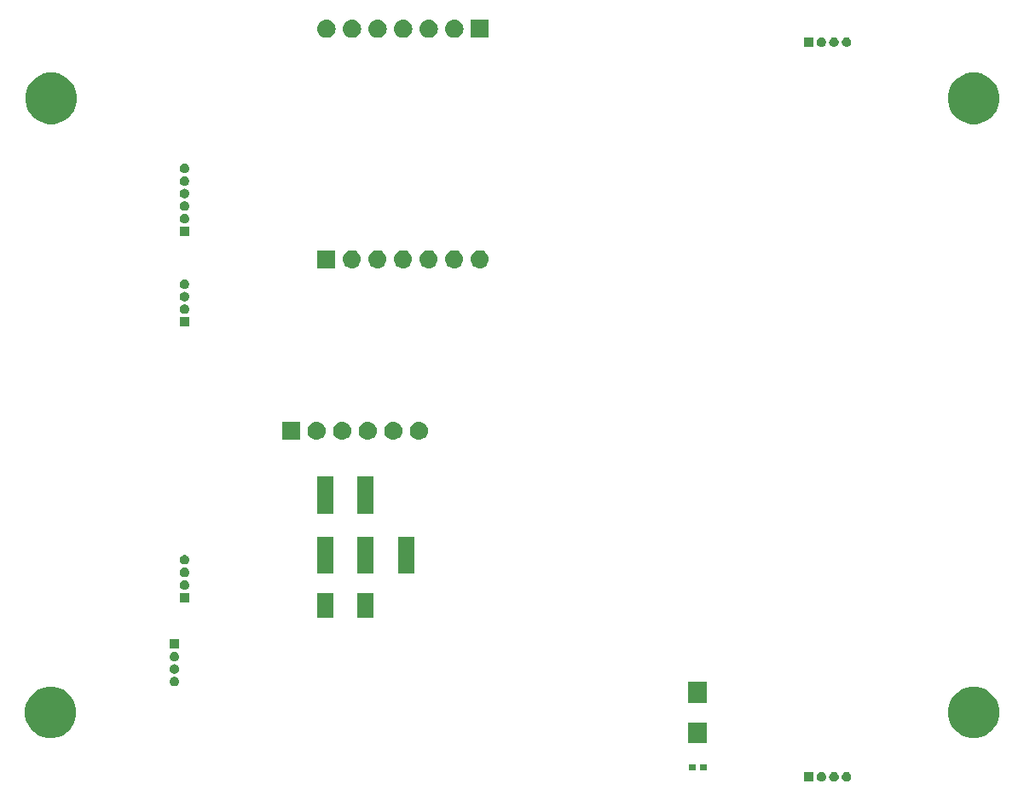
<source format=gbr>
G04 #@! TF.GenerationSoftware,KiCad,Pcbnew,(5.1.2)-2*
G04 #@! TF.CreationDate,2021-04-07T22:22:04-04:00*
G04 #@! TF.ProjectId,Magnetometer_A,4d61676e-6574-46f6-9d65-7465725f412e,rev?*
G04 #@! TF.SameCoordinates,Original*
G04 #@! TF.FileFunction,Soldermask,Top*
G04 #@! TF.FilePolarity,Negative*
%FSLAX46Y46*%
G04 Gerber Fmt 4.6, Leading zero omitted, Abs format (unit mm)*
G04 Created by KiCad (PCBNEW (5.1.2)-2) date 2021-04-07 22:22:04*
%MOMM*%
%LPD*%
G04 APERTURE LIST*
%ADD10C,0.100000*%
G04 APERTURE END LIST*
D10*
G36*
X121388843Y-111042292D02*
G01*
X121439588Y-111063311D01*
X121475470Y-111078174D01*
X121553432Y-111130267D01*
X121619733Y-111196568D01*
X121671826Y-111274530D01*
X121671826Y-111274531D01*
X121707708Y-111361157D01*
X121726000Y-111453117D01*
X121726000Y-111546883D01*
X121707708Y-111638843D01*
X121686689Y-111689588D01*
X121671826Y-111725470D01*
X121619733Y-111803432D01*
X121553432Y-111869733D01*
X121475470Y-111921826D01*
X121439588Y-111936689D01*
X121388843Y-111957708D01*
X121296883Y-111976000D01*
X121203117Y-111976000D01*
X121111157Y-111957708D01*
X121060412Y-111936689D01*
X121024530Y-111921826D01*
X120946568Y-111869733D01*
X120880267Y-111803432D01*
X120828174Y-111725470D01*
X120813311Y-111689588D01*
X120792292Y-111638843D01*
X120774000Y-111546883D01*
X120774000Y-111453117D01*
X120792292Y-111361157D01*
X120828174Y-111274531D01*
X120828174Y-111274530D01*
X120880267Y-111196568D01*
X120946568Y-111130267D01*
X121024530Y-111078174D01*
X121060412Y-111063311D01*
X121111157Y-111042292D01*
X121203117Y-111024000D01*
X121296883Y-111024000D01*
X121388843Y-111042292D01*
X121388843Y-111042292D01*
G37*
G36*
X118888843Y-111042292D02*
G01*
X118939588Y-111063311D01*
X118975470Y-111078174D01*
X119053432Y-111130267D01*
X119119733Y-111196568D01*
X119171826Y-111274530D01*
X119171826Y-111274531D01*
X119207708Y-111361157D01*
X119226000Y-111453117D01*
X119226000Y-111546883D01*
X119207708Y-111638843D01*
X119186689Y-111689588D01*
X119171826Y-111725470D01*
X119119733Y-111803432D01*
X119053432Y-111869733D01*
X118975470Y-111921826D01*
X118939588Y-111936689D01*
X118888843Y-111957708D01*
X118796883Y-111976000D01*
X118703117Y-111976000D01*
X118611157Y-111957708D01*
X118560412Y-111936689D01*
X118524530Y-111921826D01*
X118446568Y-111869733D01*
X118380267Y-111803432D01*
X118328174Y-111725470D01*
X118313311Y-111689588D01*
X118292292Y-111638843D01*
X118274000Y-111546883D01*
X118274000Y-111453117D01*
X118292292Y-111361157D01*
X118328174Y-111274531D01*
X118328174Y-111274530D01*
X118380267Y-111196568D01*
X118446568Y-111130267D01*
X118524530Y-111078174D01*
X118560412Y-111063311D01*
X118611157Y-111042292D01*
X118703117Y-111024000D01*
X118796883Y-111024000D01*
X118888843Y-111042292D01*
X118888843Y-111042292D01*
G37*
G36*
X117976000Y-111976000D02*
G01*
X117024000Y-111976000D01*
X117024000Y-111024000D01*
X117976000Y-111024000D01*
X117976000Y-111976000D01*
X117976000Y-111976000D01*
G37*
G36*
X120138843Y-111042292D02*
G01*
X120189588Y-111063311D01*
X120225470Y-111078174D01*
X120303432Y-111130267D01*
X120369733Y-111196568D01*
X120421826Y-111274530D01*
X120421826Y-111274531D01*
X120457708Y-111361157D01*
X120476000Y-111453117D01*
X120476000Y-111546883D01*
X120457708Y-111638843D01*
X120436689Y-111689588D01*
X120421826Y-111725470D01*
X120369733Y-111803432D01*
X120303432Y-111869733D01*
X120225470Y-111921826D01*
X120189588Y-111936689D01*
X120138843Y-111957708D01*
X120046883Y-111976000D01*
X119953117Y-111976000D01*
X119861157Y-111957708D01*
X119810412Y-111936689D01*
X119774530Y-111921826D01*
X119696568Y-111869733D01*
X119630267Y-111803432D01*
X119578174Y-111725470D01*
X119563311Y-111689588D01*
X119542292Y-111638843D01*
X119524000Y-111546883D01*
X119524000Y-111453117D01*
X119542292Y-111361157D01*
X119578174Y-111274531D01*
X119578174Y-111274530D01*
X119630267Y-111196568D01*
X119696568Y-111130267D01*
X119774530Y-111078174D01*
X119810412Y-111063311D01*
X119861157Y-111042292D01*
X119953117Y-111024000D01*
X120046883Y-111024000D01*
X120138843Y-111042292D01*
X120138843Y-111042292D01*
G37*
G36*
X106301000Y-110851000D02*
G01*
X105599000Y-110851000D01*
X105599000Y-110249000D01*
X106301000Y-110249000D01*
X106301000Y-110851000D01*
X106301000Y-110851000D01*
G37*
G36*
X107401000Y-110851000D02*
G01*
X106699000Y-110851000D01*
X106699000Y-110249000D01*
X107401000Y-110249000D01*
X107401000Y-110851000D01*
X107401000Y-110851000D01*
G37*
G36*
X107351000Y-108201000D02*
G01*
X105549000Y-108201000D01*
X105549000Y-106099000D01*
X107351000Y-106099000D01*
X107351000Y-108201000D01*
X107351000Y-108201000D01*
G37*
G36*
X42954098Y-102657033D02*
G01*
X43418350Y-102849332D01*
X43418352Y-102849333D01*
X43836168Y-103128509D01*
X44191491Y-103483832D01*
X44470667Y-103901648D01*
X44470668Y-103901650D01*
X44662967Y-104365902D01*
X44761000Y-104858747D01*
X44761000Y-105361253D01*
X44662967Y-105854098D01*
X44470668Y-106318350D01*
X44470667Y-106318352D01*
X44191491Y-106736168D01*
X43836168Y-107091491D01*
X43418352Y-107370667D01*
X43418351Y-107370668D01*
X43418350Y-107370668D01*
X42954098Y-107562967D01*
X42461253Y-107661000D01*
X41958747Y-107661000D01*
X41465902Y-107562967D01*
X41001650Y-107370668D01*
X41001649Y-107370668D01*
X41001648Y-107370667D01*
X40583832Y-107091491D01*
X40228509Y-106736168D01*
X39949333Y-106318352D01*
X39949332Y-106318350D01*
X39757033Y-105854098D01*
X39659000Y-105361253D01*
X39659000Y-104858747D01*
X39757033Y-104365902D01*
X39949332Y-103901650D01*
X39949333Y-103901648D01*
X40228509Y-103483832D01*
X40583832Y-103128509D01*
X41001648Y-102849333D01*
X41001650Y-102849332D01*
X41465902Y-102657033D01*
X41958747Y-102559000D01*
X42461253Y-102559000D01*
X42954098Y-102657033D01*
X42954098Y-102657033D01*
G37*
G36*
X134604098Y-102657033D02*
G01*
X135068350Y-102849332D01*
X135068352Y-102849333D01*
X135486168Y-103128509D01*
X135841491Y-103483832D01*
X136120667Y-103901648D01*
X136120668Y-103901650D01*
X136312967Y-104365902D01*
X136411000Y-104858747D01*
X136411000Y-105361253D01*
X136312967Y-105854098D01*
X136120668Y-106318350D01*
X136120667Y-106318352D01*
X135841491Y-106736168D01*
X135486168Y-107091491D01*
X135068352Y-107370667D01*
X135068351Y-107370668D01*
X135068350Y-107370668D01*
X134604098Y-107562967D01*
X134111253Y-107661000D01*
X133608747Y-107661000D01*
X133115902Y-107562967D01*
X132651650Y-107370668D01*
X132651649Y-107370668D01*
X132651648Y-107370667D01*
X132233832Y-107091491D01*
X131878509Y-106736168D01*
X131599333Y-106318352D01*
X131599332Y-106318350D01*
X131407033Y-105854098D01*
X131309000Y-105361253D01*
X131309000Y-104858747D01*
X131407033Y-104365902D01*
X131599332Y-103901650D01*
X131599333Y-103901648D01*
X131878509Y-103483832D01*
X132233832Y-103128509D01*
X132651648Y-102849333D01*
X132651650Y-102849332D01*
X133115902Y-102657033D01*
X133608747Y-102559000D01*
X134111253Y-102559000D01*
X134604098Y-102657033D01*
X134604098Y-102657033D01*
G37*
G36*
X107351000Y-104201000D02*
G01*
X105549000Y-104201000D01*
X105549000Y-102099000D01*
X107351000Y-102099000D01*
X107351000Y-104201000D01*
X107351000Y-104201000D01*
G37*
G36*
X54638843Y-101592292D02*
G01*
X54689588Y-101613311D01*
X54725470Y-101628174D01*
X54803432Y-101680267D01*
X54869733Y-101746568D01*
X54921826Y-101824530D01*
X54921826Y-101824531D01*
X54957708Y-101911157D01*
X54976000Y-102003117D01*
X54976000Y-102096883D01*
X54957708Y-102188843D01*
X54936689Y-102239588D01*
X54921826Y-102275470D01*
X54869733Y-102353432D01*
X54803432Y-102419733D01*
X54725470Y-102471826D01*
X54689588Y-102486689D01*
X54638843Y-102507708D01*
X54546883Y-102526000D01*
X54453117Y-102526000D01*
X54361157Y-102507708D01*
X54310412Y-102486689D01*
X54274530Y-102471826D01*
X54196568Y-102419733D01*
X54130267Y-102353432D01*
X54078174Y-102275470D01*
X54063311Y-102239588D01*
X54042292Y-102188843D01*
X54024000Y-102096883D01*
X54024000Y-102003117D01*
X54042292Y-101911157D01*
X54078174Y-101824531D01*
X54078174Y-101824530D01*
X54130267Y-101746568D01*
X54196568Y-101680267D01*
X54274530Y-101628174D01*
X54310412Y-101613311D01*
X54361157Y-101592292D01*
X54453117Y-101574000D01*
X54546883Y-101574000D01*
X54638843Y-101592292D01*
X54638843Y-101592292D01*
G37*
G36*
X54638843Y-100342292D02*
G01*
X54689588Y-100363311D01*
X54725470Y-100378174D01*
X54803432Y-100430267D01*
X54869733Y-100496568D01*
X54921826Y-100574530D01*
X54921826Y-100574531D01*
X54957708Y-100661157D01*
X54976000Y-100753117D01*
X54976000Y-100846883D01*
X54957708Y-100938843D01*
X54936689Y-100989588D01*
X54921826Y-101025470D01*
X54869733Y-101103432D01*
X54803432Y-101169733D01*
X54725470Y-101221826D01*
X54689588Y-101236689D01*
X54638843Y-101257708D01*
X54546883Y-101276000D01*
X54453117Y-101276000D01*
X54361157Y-101257708D01*
X54310412Y-101236689D01*
X54274530Y-101221826D01*
X54196568Y-101169733D01*
X54130267Y-101103432D01*
X54078174Y-101025470D01*
X54063311Y-100989588D01*
X54042292Y-100938843D01*
X54024000Y-100846883D01*
X54024000Y-100753117D01*
X54042292Y-100661157D01*
X54078174Y-100574531D01*
X54078174Y-100574530D01*
X54130267Y-100496568D01*
X54196568Y-100430267D01*
X54274530Y-100378174D01*
X54310412Y-100363311D01*
X54361157Y-100342292D01*
X54453117Y-100324000D01*
X54546883Y-100324000D01*
X54638843Y-100342292D01*
X54638843Y-100342292D01*
G37*
G36*
X54638843Y-99092292D02*
G01*
X54689588Y-99113311D01*
X54725470Y-99128174D01*
X54803432Y-99180267D01*
X54869733Y-99246568D01*
X54921826Y-99324530D01*
X54921826Y-99324531D01*
X54957708Y-99411157D01*
X54976000Y-99503117D01*
X54976000Y-99596883D01*
X54957708Y-99688843D01*
X54936689Y-99739588D01*
X54921826Y-99775470D01*
X54869733Y-99853432D01*
X54803432Y-99919733D01*
X54725470Y-99971826D01*
X54689588Y-99986689D01*
X54638843Y-100007708D01*
X54546883Y-100026000D01*
X54453117Y-100026000D01*
X54361157Y-100007708D01*
X54310412Y-99986689D01*
X54274530Y-99971826D01*
X54196568Y-99919733D01*
X54130267Y-99853432D01*
X54078174Y-99775470D01*
X54063311Y-99739588D01*
X54042292Y-99688843D01*
X54024000Y-99596883D01*
X54024000Y-99503117D01*
X54042292Y-99411157D01*
X54078174Y-99324531D01*
X54078174Y-99324530D01*
X54130267Y-99246568D01*
X54196568Y-99180267D01*
X54274530Y-99128174D01*
X54310412Y-99113311D01*
X54361157Y-99092292D01*
X54453117Y-99074000D01*
X54546883Y-99074000D01*
X54638843Y-99092292D01*
X54638843Y-99092292D01*
G37*
G36*
X54976000Y-98776000D02*
G01*
X54024000Y-98776000D01*
X54024000Y-97824000D01*
X54976000Y-97824000D01*
X54976000Y-98776000D01*
X54976000Y-98776000D01*
G37*
G36*
X74301000Y-95701000D02*
G01*
X72699000Y-95701000D01*
X72699000Y-93299000D01*
X74301000Y-93299000D01*
X74301000Y-95701000D01*
X74301000Y-95701000D01*
G37*
G36*
X70301000Y-95701000D02*
G01*
X68699000Y-95701000D01*
X68699000Y-93299000D01*
X70301000Y-93299000D01*
X70301000Y-95701000D01*
X70301000Y-95701000D01*
G37*
G36*
X55976000Y-94176000D02*
G01*
X55024000Y-94176000D01*
X55024000Y-93224000D01*
X55976000Y-93224000D01*
X55976000Y-94176000D01*
X55976000Y-94176000D01*
G37*
G36*
X55638843Y-91992292D02*
G01*
X55689588Y-92013311D01*
X55725470Y-92028174D01*
X55803432Y-92080267D01*
X55869733Y-92146568D01*
X55921826Y-92224530D01*
X55921826Y-92224531D01*
X55957708Y-92311157D01*
X55976000Y-92403117D01*
X55976000Y-92496883D01*
X55957708Y-92588843D01*
X55936689Y-92639588D01*
X55921826Y-92675470D01*
X55869733Y-92753432D01*
X55803432Y-92819733D01*
X55725470Y-92871826D01*
X55689588Y-92886689D01*
X55638843Y-92907708D01*
X55546883Y-92926000D01*
X55453117Y-92926000D01*
X55361157Y-92907708D01*
X55310412Y-92886689D01*
X55274530Y-92871826D01*
X55196568Y-92819733D01*
X55130267Y-92753432D01*
X55078174Y-92675470D01*
X55063311Y-92639588D01*
X55042292Y-92588843D01*
X55024000Y-92496883D01*
X55024000Y-92403117D01*
X55042292Y-92311157D01*
X55078174Y-92224531D01*
X55078174Y-92224530D01*
X55130267Y-92146568D01*
X55196568Y-92080267D01*
X55274530Y-92028174D01*
X55310412Y-92013311D01*
X55361157Y-91992292D01*
X55453117Y-91974000D01*
X55546883Y-91974000D01*
X55638843Y-91992292D01*
X55638843Y-91992292D01*
G37*
G36*
X55638843Y-90742292D02*
G01*
X55689588Y-90763311D01*
X55725470Y-90778174D01*
X55803432Y-90830267D01*
X55869733Y-90896568D01*
X55921826Y-90974530D01*
X55921826Y-90974531D01*
X55957708Y-91061157D01*
X55976000Y-91153117D01*
X55976000Y-91246883D01*
X55957708Y-91338843D01*
X55952672Y-91351000D01*
X55921826Y-91425470D01*
X55869733Y-91503432D01*
X55803432Y-91569733D01*
X55725470Y-91621826D01*
X55689588Y-91636689D01*
X55638843Y-91657708D01*
X55546883Y-91676000D01*
X55453117Y-91676000D01*
X55361157Y-91657708D01*
X55310412Y-91636689D01*
X55274530Y-91621826D01*
X55196568Y-91569733D01*
X55130267Y-91503432D01*
X55078174Y-91425470D01*
X55047328Y-91351000D01*
X55042292Y-91338843D01*
X55024000Y-91246883D01*
X55024000Y-91153117D01*
X55042292Y-91061157D01*
X55078174Y-90974531D01*
X55078174Y-90974530D01*
X55130267Y-90896568D01*
X55196568Y-90830267D01*
X55274530Y-90778174D01*
X55310412Y-90763311D01*
X55361157Y-90742292D01*
X55453117Y-90724000D01*
X55546883Y-90724000D01*
X55638843Y-90742292D01*
X55638843Y-90742292D01*
G37*
G36*
X78301000Y-91351000D02*
G01*
X76699000Y-91351000D01*
X76699000Y-87649000D01*
X78301000Y-87649000D01*
X78301000Y-91351000D01*
X78301000Y-91351000D01*
G37*
G36*
X70301000Y-91351000D02*
G01*
X68699000Y-91351000D01*
X68699000Y-87649000D01*
X70301000Y-87649000D01*
X70301000Y-91351000D01*
X70301000Y-91351000D01*
G37*
G36*
X74301000Y-91351000D02*
G01*
X72699000Y-91351000D01*
X72699000Y-87649000D01*
X74301000Y-87649000D01*
X74301000Y-91351000D01*
X74301000Y-91351000D01*
G37*
G36*
X55638843Y-89492292D02*
G01*
X55689588Y-89513311D01*
X55725470Y-89528174D01*
X55803432Y-89580267D01*
X55869733Y-89646568D01*
X55921826Y-89724530D01*
X55921826Y-89724531D01*
X55957708Y-89811157D01*
X55976000Y-89903117D01*
X55976000Y-89996883D01*
X55957708Y-90088843D01*
X55936689Y-90139588D01*
X55921826Y-90175470D01*
X55869733Y-90253432D01*
X55803432Y-90319733D01*
X55725470Y-90371826D01*
X55689588Y-90386689D01*
X55638843Y-90407708D01*
X55546883Y-90426000D01*
X55453117Y-90426000D01*
X55361157Y-90407708D01*
X55310412Y-90386689D01*
X55274530Y-90371826D01*
X55196568Y-90319733D01*
X55130267Y-90253432D01*
X55078174Y-90175470D01*
X55063311Y-90139588D01*
X55042292Y-90088843D01*
X55024000Y-89996883D01*
X55024000Y-89903117D01*
X55042292Y-89811157D01*
X55078174Y-89724531D01*
X55078174Y-89724530D01*
X55130267Y-89646568D01*
X55196568Y-89580267D01*
X55274530Y-89528174D01*
X55310412Y-89513311D01*
X55361157Y-89492292D01*
X55453117Y-89474000D01*
X55546883Y-89474000D01*
X55638843Y-89492292D01*
X55638843Y-89492292D01*
G37*
G36*
X74301000Y-85351000D02*
G01*
X72699000Y-85351000D01*
X72699000Y-81649000D01*
X74301000Y-81649000D01*
X74301000Y-85351000D01*
X74301000Y-85351000D01*
G37*
G36*
X70301000Y-85351000D02*
G01*
X68699000Y-85351000D01*
X68699000Y-81649000D01*
X70301000Y-81649000D01*
X70301000Y-85351000D01*
X70301000Y-85351000D01*
G37*
G36*
X68740443Y-76235519D02*
G01*
X68806627Y-76242037D01*
X68976466Y-76293557D01*
X69132991Y-76377222D01*
X69168729Y-76406552D01*
X69270186Y-76489814D01*
X69353448Y-76591271D01*
X69382778Y-76627009D01*
X69466443Y-76783534D01*
X69517963Y-76953373D01*
X69535359Y-77130000D01*
X69517963Y-77306627D01*
X69466443Y-77476466D01*
X69382778Y-77632991D01*
X69353448Y-77668729D01*
X69270186Y-77770186D01*
X69168729Y-77853448D01*
X69132991Y-77882778D01*
X68976466Y-77966443D01*
X68806627Y-78017963D01*
X68740442Y-78024482D01*
X68674260Y-78031000D01*
X68585740Y-78031000D01*
X68519558Y-78024482D01*
X68453373Y-78017963D01*
X68283534Y-77966443D01*
X68127009Y-77882778D01*
X68091271Y-77853448D01*
X67989814Y-77770186D01*
X67906552Y-77668729D01*
X67877222Y-77632991D01*
X67793557Y-77476466D01*
X67742037Y-77306627D01*
X67724641Y-77130000D01*
X67742037Y-76953373D01*
X67793557Y-76783534D01*
X67877222Y-76627009D01*
X67906552Y-76591271D01*
X67989814Y-76489814D01*
X68091271Y-76406552D01*
X68127009Y-76377222D01*
X68283534Y-76293557D01*
X68453373Y-76242037D01*
X68519557Y-76235519D01*
X68585740Y-76229000D01*
X68674260Y-76229000D01*
X68740443Y-76235519D01*
X68740443Y-76235519D01*
G37*
G36*
X71280443Y-76235519D02*
G01*
X71346627Y-76242037D01*
X71516466Y-76293557D01*
X71672991Y-76377222D01*
X71708729Y-76406552D01*
X71810186Y-76489814D01*
X71893448Y-76591271D01*
X71922778Y-76627009D01*
X72006443Y-76783534D01*
X72057963Y-76953373D01*
X72075359Y-77130000D01*
X72057963Y-77306627D01*
X72006443Y-77476466D01*
X71922778Y-77632991D01*
X71893448Y-77668729D01*
X71810186Y-77770186D01*
X71708729Y-77853448D01*
X71672991Y-77882778D01*
X71516466Y-77966443D01*
X71346627Y-78017963D01*
X71280442Y-78024482D01*
X71214260Y-78031000D01*
X71125740Y-78031000D01*
X71059558Y-78024482D01*
X70993373Y-78017963D01*
X70823534Y-77966443D01*
X70667009Y-77882778D01*
X70631271Y-77853448D01*
X70529814Y-77770186D01*
X70446552Y-77668729D01*
X70417222Y-77632991D01*
X70333557Y-77476466D01*
X70282037Y-77306627D01*
X70264641Y-77130000D01*
X70282037Y-76953373D01*
X70333557Y-76783534D01*
X70417222Y-76627009D01*
X70446552Y-76591271D01*
X70529814Y-76489814D01*
X70631271Y-76406552D01*
X70667009Y-76377222D01*
X70823534Y-76293557D01*
X70993373Y-76242037D01*
X71059557Y-76235519D01*
X71125740Y-76229000D01*
X71214260Y-76229000D01*
X71280443Y-76235519D01*
X71280443Y-76235519D01*
G37*
G36*
X73820443Y-76235519D02*
G01*
X73886627Y-76242037D01*
X74056466Y-76293557D01*
X74212991Y-76377222D01*
X74248729Y-76406552D01*
X74350186Y-76489814D01*
X74433448Y-76591271D01*
X74462778Y-76627009D01*
X74546443Y-76783534D01*
X74597963Y-76953373D01*
X74615359Y-77130000D01*
X74597963Y-77306627D01*
X74546443Y-77476466D01*
X74462778Y-77632991D01*
X74433448Y-77668729D01*
X74350186Y-77770186D01*
X74248729Y-77853448D01*
X74212991Y-77882778D01*
X74056466Y-77966443D01*
X73886627Y-78017963D01*
X73820442Y-78024482D01*
X73754260Y-78031000D01*
X73665740Y-78031000D01*
X73599558Y-78024482D01*
X73533373Y-78017963D01*
X73363534Y-77966443D01*
X73207009Y-77882778D01*
X73171271Y-77853448D01*
X73069814Y-77770186D01*
X72986552Y-77668729D01*
X72957222Y-77632991D01*
X72873557Y-77476466D01*
X72822037Y-77306627D01*
X72804641Y-77130000D01*
X72822037Y-76953373D01*
X72873557Y-76783534D01*
X72957222Y-76627009D01*
X72986552Y-76591271D01*
X73069814Y-76489814D01*
X73171271Y-76406552D01*
X73207009Y-76377222D01*
X73363534Y-76293557D01*
X73533373Y-76242037D01*
X73599557Y-76235519D01*
X73665740Y-76229000D01*
X73754260Y-76229000D01*
X73820443Y-76235519D01*
X73820443Y-76235519D01*
G37*
G36*
X78900443Y-76235519D02*
G01*
X78966627Y-76242037D01*
X79136466Y-76293557D01*
X79292991Y-76377222D01*
X79328729Y-76406552D01*
X79430186Y-76489814D01*
X79513448Y-76591271D01*
X79542778Y-76627009D01*
X79626443Y-76783534D01*
X79677963Y-76953373D01*
X79695359Y-77130000D01*
X79677963Y-77306627D01*
X79626443Y-77476466D01*
X79542778Y-77632991D01*
X79513448Y-77668729D01*
X79430186Y-77770186D01*
X79328729Y-77853448D01*
X79292991Y-77882778D01*
X79136466Y-77966443D01*
X78966627Y-78017963D01*
X78900442Y-78024482D01*
X78834260Y-78031000D01*
X78745740Y-78031000D01*
X78679558Y-78024482D01*
X78613373Y-78017963D01*
X78443534Y-77966443D01*
X78287009Y-77882778D01*
X78251271Y-77853448D01*
X78149814Y-77770186D01*
X78066552Y-77668729D01*
X78037222Y-77632991D01*
X77953557Y-77476466D01*
X77902037Y-77306627D01*
X77884641Y-77130000D01*
X77902037Y-76953373D01*
X77953557Y-76783534D01*
X78037222Y-76627009D01*
X78066552Y-76591271D01*
X78149814Y-76489814D01*
X78251271Y-76406552D01*
X78287009Y-76377222D01*
X78443534Y-76293557D01*
X78613373Y-76242037D01*
X78679557Y-76235519D01*
X78745740Y-76229000D01*
X78834260Y-76229000D01*
X78900443Y-76235519D01*
X78900443Y-76235519D01*
G37*
G36*
X76360443Y-76235519D02*
G01*
X76426627Y-76242037D01*
X76596466Y-76293557D01*
X76752991Y-76377222D01*
X76788729Y-76406552D01*
X76890186Y-76489814D01*
X76973448Y-76591271D01*
X77002778Y-76627009D01*
X77086443Y-76783534D01*
X77137963Y-76953373D01*
X77155359Y-77130000D01*
X77137963Y-77306627D01*
X77086443Y-77476466D01*
X77002778Y-77632991D01*
X76973448Y-77668729D01*
X76890186Y-77770186D01*
X76788729Y-77853448D01*
X76752991Y-77882778D01*
X76596466Y-77966443D01*
X76426627Y-78017963D01*
X76360442Y-78024482D01*
X76294260Y-78031000D01*
X76205740Y-78031000D01*
X76139558Y-78024482D01*
X76073373Y-78017963D01*
X75903534Y-77966443D01*
X75747009Y-77882778D01*
X75711271Y-77853448D01*
X75609814Y-77770186D01*
X75526552Y-77668729D01*
X75497222Y-77632991D01*
X75413557Y-77476466D01*
X75362037Y-77306627D01*
X75344641Y-77130000D01*
X75362037Y-76953373D01*
X75413557Y-76783534D01*
X75497222Y-76627009D01*
X75526552Y-76591271D01*
X75609814Y-76489814D01*
X75711271Y-76406552D01*
X75747009Y-76377222D01*
X75903534Y-76293557D01*
X76073373Y-76242037D01*
X76139557Y-76235519D01*
X76205740Y-76229000D01*
X76294260Y-76229000D01*
X76360443Y-76235519D01*
X76360443Y-76235519D01*
G37*
G36*
X66991000Y-78031000D02*
G01*
X65189000Y-78031000D01*
X65189000Y-76229000D01*
X66991000Y-76229000D01*
X66991000Y-78031000D01*
X66991000Y-78031000D01*
G37*
G36*
X55976000Y-66776000D02*
G01*
X55024000Y-66776000D01*
X55024000Y-65824000D01*
X55976000Y-65824000D01*
X55976000Y-66776000D01*
X55976000Y-66776000D01*
G37*
G36*
X55638843Y-64592292D02*
G01*
X55689588Y-64613311D01*
X55725470Y-64628174D01*
X55803432Y-64680267D01*
X55869733Y-64746568D01*
X55921826Y-64824530D01*
X55921826Y-64824531D01*
X55957708Y-64911157D01*
X55976000Y-65003117D01*
X55976000Y-65096883D01*
X55957708Y-65188843D01*
X55936689Y-65239588D01*
X55921826Y-65275470D01*
X55869733Y-65353432D01*
X55803432Y-65419733D01*
X55725470Y-65471826D01*
X55689588Y-65486689D01*
X55638843Y-65507708D01*
X55546883Y-65526000D01*
X55453117Y-65526000D01*
X55361157Y-65507708D01*
X55310412Y-65486689D01*
X55274530Y-65471826D01*
X55196568Y-65419733D01*
X55130267Y-65353432D01*
X55078174Y-65275470D01*
X55063311Y-65239588D01*
X55042292Y-65188843D01*
X55024000Y-65096883D01*
X55024000Y-65003117D01*
X55042292Y-64911157D01*
X55078174Y-64824531D01*
X55078174Y-64824530D01*
X55130267Y-64746568D01*
X55196568Y-64680267D01*
X55274530Y-64628174D01*
X55310412Y-64613311D01*
X55361157Y-64592292D01*
X55453117Y-64574000D01*
X55546883Y-64574000D01*
X55638843Y-64592292D01*
X55638843Y-64592292D01*
G37*
G36*
X55638843Y-63342292D02*
G01*
X55689588Y-63363311D01*
X55725470Y-63378174D01*
X55803432Y-63430267D01*
X55869733Y-63496568D01*
X55921826Y-63574530D01*
X55921826Y-63574531D01*
X55957708Y-63661157D01*
X55976000Y-63753117D01*
X55976000Y-63846883D01*
X55957708Y-63938843D01*
X55936689Y-63989588D01*
X55921826Y-64025470D01*
X55869733Y-64103432D01*
X55803432Y-64169733D01*
X55725470Y-64221826D01*
X55689588Y-64236689D01*
X55638843Y-64257708D01*
X55546883Y-64276000D01*
X55453117Y-64276000D01*
X55361157Y-64257708D01*
X55310412Y-64236689D01*
X55274530Y-64221826D01*
X55196568Y-64169733D01*
X55130267Y-64103432D01*
X55078174Y-64025470D01*
X55063311Y-63989588D01*
X55042292Y-63938843D01*
X55024000Y-63846883D01*
X55024000Y-63753117D01*
X55042292Y-63661157D01*
X55078174Y-63574531D01*
X55078174Y-63574530D01*
X55130267Y-63496568D01*
X55196568Y-63430267D01*
X55274530Y-63378174D01*
X55310412Y-63363311D01*
X55361157Y-63342292D01*
X55453117Y-63324000D01*
X55546883Y-63324000D01*
X55638843Y-63342292D01*
X55638843Y-63342292D01*
G37*
G36*
X55638843Y-62092292D02*
G01*
X55689588Y-62113311D01*
X55725470Y-62128174D01*
X55803432Y-62180267D01*
X55869733Y-62246568D01*
X55921826Y-62324530D01*
X55921826Y-62324531D01*
X55957708Y-62411157D01*
X55976000Y-62503117D01*
X55976000Y-62596883D01*
X55957708Y-62688843D01*
X55936689Y-62739588D01*
X55921826Y-62775470D01*
X55869733Y-62853432D01*
X55803432Y-62919733D01*
X55725470Y-62971826D01*
X55689588Y-62986689D01*
X55638843Y-63007708D01*
X55546883Y-63026000D01*
X55453117Y-63026000D01*
X55361157Y-63007708D01*
X55310412Y-62986689D01*
X55274530Y-62971826D01*
X55196568Y-62919733D01*
X55130267Y-62853432D01*
X55078174Y-62775470D01*
X55063311Y-62739588D01*
X55042292Y-62688843D01*
X55024000Y-62596883D01*
X55024000Y-62503117D01*
X55042292Y-62411157D01*
X55078174Y-62324531D01*
X55078174Y-62324530D01*
X55130267Y-62246568D01*
X55196568Y-62180267D01*
X55274530Y-62128174D01*
X55310412Y-62113311D01*
X55361157Y-62092292D01*
X55453117Y-62074000D01*
X55546883Y-62074000D01*
X55638843Y-62092292D01*
X55638843Y-62092292D01*
G37*
G36*
X79850443Y-59205519D02*
G01*
X79916627Y-59212037D01*
X80086466Y-59263557D01*
X80242991Y-59347222D01*
X80278729Y-59376552D01*
X80380186Y-59459814D01*
X80463448Y-59561271D01*
X80492778Y-59597009D01*
X80576443Y-59753534D01*
X80627963Y-59923373D01*
X80645359Y-60100000D01*
X80627963Y-60276627D01*
X80576443Y-60446466D01*
X80492778Y-60602991D01*
X80463448Y-60638729D01*
X80380186Y-60740186D01*
X80278729Y-60823448D01*
X80242991Y-60852778D01*
X80086466Y-60936443D01*
X79916627Y-60987963D01*
X79850443Y-60994481D01*
X79784260Y-61001000D01*
X79695740Y-61001000D01*
X79629557Y-60994481D01*
X79563373Y-60987963D01*
X79393534Y-60936443D01*
X79237009Y-60852778D01*
X79201271Y-60823448D01*
X79099814Y-60740186D01*
X79016552Y-60638729D01*
X78987222Y-60602991D01*
X78903557Y-60446466D01*
X78852037Y-60276627D01*
X78834641Y-60100000D01*
X78852037Y-59923373D01*
X78903557Y-59753534D01*
X78987222Y-59597009D01*
X79016552Y-59561271D01*
X79099814Y-59459814D01*
X79201271Y-59376552D01*
X79237009Y-59347222D01*
X79393534Y-59263557D01*
X79563373Y-59212037D01*
X79629557Y-59205519D01*
X79695740Y-59199000D01*
X79784260Y-59199000D01*
X79850443Y-59205519D01*
X79850443Y-59205519D01*
G37*
G36*
X82390443Y-59205519D02*
G01*
X82456627Y-59212037D01*
X82626466Y-59263557D01*
X82782991Y-59347222D01*
X82818729Y-59376552D01*
X82920186Y-59459814D01*
X83003448Y-59561271D01*
X83032778Y-59597009D01*
X83116443Y-59753534D01*
X83167963Y-59923373D01*
X83185359Y-60100000D01*
X83167963Y-60276627D01*
X83116443Y-60446466D01*
X83032778Y-60602991D01*
X83003448Y-60638729D01*
X82920186Y-60740186D01*
X82818729Y-60823448D01*
X82782991Y-60852778D01*
X82626466Y-60936443D01*
X82456627Y-60987963D01*
X82390443Y-60994481D01*
X82324260Y-61001000D01*
X82235740Y-61001000D01*
X82169557Y-60994481D01*
X82103373Y-60987963D01*
X81933534Y-60936443D01*
X81777009Y-60852778D01*
X81741271Y-60823448D01*
X81639814Y-60740186D01*
X81556552Y-60638729D01*
X81527222Y-60602991D01*
X81443557Y-60446466D01*
X81392037Y-60276627D01*
X81374641Y-60100000D01*
X81392037Y-59923373D01*
X81443557Y-59753534D01*
X81527222Y-59597009D01*
X81556552Y-59561271D01*
X81639814Y-59459814D01*
X81741271Y-59376552D01*
X81777009Y-59347222D01*
X81933534Y-59263557D01*
X82103373Y-59212037D01*
X82169557Y-59205519D01*
X82235740Y-59199000D01*
X82324260Y-59199000D01*
X82390443Y-59205519D01*
X82390443Y-59205519D01*
G37*
G36*
X84930443Y-59205519D02*
G01*
X84996627Y-59212037D01*
X85166466Y-59263557D01*
X85322991Y-59347222D01*
X85358729Y-59376552D01*
X85460186Y-59459814D01*
X85543448Y-59561271D01*
X85572778Y-59597009D01*
X85656443Y-59753534D01*
X85707963Y-59923373D01*
X85725359Y-60100000D01*
X85707963Y-60276627D01*
X85656443Y-60446466D01*
X85572778Y-60602991D01*
X85543448Y-60638729D01*
X85460186Y-60740186D01*
X85358729Y-60823448D01*
X85322991Y-60852778D01*
X85166466Y-60936443D01*
X84996627Y-60987963D01*
X84930443Y-60994481D01*
X84864260Y-61001000D01*
X84775740Y-61001000D01*
X84709557Y-60994481D01*
X84643373Y-60987963D01*
X84473534Y-60936443D01*
X84317009Y-60852778D01*
X84281271Y-60823448D01*
X84179814Y-60740186D01*
X84096552Y-60638729D01*
X84067222Y-60602991D01*
X83983557Y-60446466D01*
X83932037Y-60276627D01*
X83914641Y-60100000D01*
X83932037Y-59923373D01*
X83983557Y-59753534D01*
X84067222Y-59597009D01*
X84096552Y-59561271D01*
X84179814Y-59459814D01*
X84281271Y-59376552D01*
X84317009Y-59347222D01*
X84473534Y-59263557D01*
X84643373Y-59212037D01*
X84709557Y-59205519D01*
X84775740Y-59199000D01*
X84864260Y-59199000D01*
X84930443Y-59205519D01*
X84930443Y-59205519D01*
G37*
G36*
X77310443Y-59205519D02*
G01*
X77376627Y-59212037D01*
X77546466Y-59263557D01*
X77702991Y-59347222D01*
X77738729Y-59376552D01*
X77840186Y-59459814D01*
X77923448Y-59561271D01*
X77952778Y-59597009D01*
X78036443Y-59753534D01*
X78087963Y-59923373D01*
X78105359Y-60100000D01*
X78087963Y-60276627D01*
X78036443Y-60446466D01*
X77952778Y-60602991D01*
X77923448Y-60638729D01*
X77840186Y-60740186D01*
X77738729Y-60823448D01*
X77702991Y-60852778D01*
X77546466Y-60936443D01*
X77376627Y-60987963D01*
X77310443Y-60994481D01*
X77244260Y-61001000D01*
X77155740Y-61001000D01*
X77089557Y-60994481D01*
X77023373Y-60987963D01*
X76853534Y-60936443D01*
X76697009Y-60852778D01*
X76661271Y-60823448D01*
X76559814Y-60740186D01*
X76476552Y-60638729D01*
X76447222Y-60602991D01*
X76363557Y-60446466D01*
X76312037Y-60276627D01*
X76294641Y-60100000D01*
X76312037Y-59923373D01*
X76363557Y-59753534D01*
X76447222Y-59597009D01*
X76476552Y-59561271D01*
X76559814Y-59459814D01*
X76661271Y-59376552D01*
X76697009Y-59347222D01*
X76853534Y-59263557D01*
X77023373Y-59212037D01*
X77089557Y-59205519D01*
X77155740Y-59199000D01*
X77244260Y-59199000D01*
X77310443Y-59205519D01*
X77310443Y-59205519D01*
G37*
G36*
X70481000Y-61001000D02*
G01*
X68679000Y-61001000D01*
X68679000Y-59199000D01*
X70481000Y-59199000D01*
X70481000Y-61001000D01*
X70481000Y-61001000D01*
G37*
G36*
X74770443Y-59205519D02*
G01*
X74836627Y-59212037D01*
X75006466Y-59263557D01*
X75162991Y-59347222D01*
X75198729Y-59376552D01*
X75300186Y-59459814D01*
X75383448Y-59561271D01*
X75412778Y-59597009D01*
X75496443Y-59753534D01*
X75547963Y-59923373D01*
X75565359Y-60100000D01*
X75547963Y-60276627D01*
X75496443Y-60446466D01*
X75412778Y-60602991D01*
X75383448Y-60638729D01*
X75300186Y-60740186D01*
X75198729Y-60823448D01*
X75162991Y-60852778D01*
X75006466Y-60936443D01*
X74836627Y-60987963D01*
X74770443Y-60994481D01*
X74704260Y-61001000D01*
X74615740Y-61001000D01*
X74549557Y-60994481D01*
X74483373Y-60987963D01*
X74313534Y-60936443D01*
X74157009Y-60852778D01*
X74121271Y-60823448D01*
X74019814Y-60740186D01*
X73936552Y-60638729D01*
X73907222Y-60602991D01*
X73823557Y-60446466D01*
X73772037Y-60276627D01*
X73754641Y-60100000D01*
X73772037Y-59923373D01*
X73823557Y-59753534D01*
X73907222Y-59597009D01*
X73936552Y-59561271D01*
X74019814Y-59459814D01*
X74121271Y-59376552D01*
X74157009Y-59347222D01*
X74313534Y-59263557D01*
X74483373Y-59212037D01*
X74549557Y-59205519D01*
X74615740Y-59199000D01*
X74704260Y-59199000D01*
X74770443Y-59205519D01*
X74770443Y-59205519D01*
G37*
G36*
X72230443Y-59205519D02*
G01*
X72296627Y-59212037D01*
X72466466Y-59263557D01*
X72622991Y-59347222D01*
X72658729Y-59376552D01*
X72760186Y-59459814D01*
X72843448Y-59561271D01*
X72872778Y-59597009D01*
X72956443Y-59753534D01*
X73007963Y-59923373D01*
X73025359Y-60100000D01*
X73007963Y-60276627D01*
X72956443Y-60446466D01*
X72872778Y-60602991D01*
X72843448Y-60638729D01*
X72760186Y-60740186D01*
X72658729Y-60823448D01*
X72622991Y-60852778D01*
X72466466Y-60936443D01*
X72296627Y-60987963D01*
X72230443Y-60994481D01*
X72164260Y-61001000D01*
X72075740Y-61001000D01*
X72009557Y-60994481D01*
X71943373Y-60987963D01*
X71773534Y-60936443D01*
X71617009Y-60852778D01*
X71581271Y-60823448D01*
X71479814Y-60740186D01*
X71396552Y-60638729D01*
X71367222Y-60602991D01*
X71283557Y-60446466D01*
X71232037Y-60276627D01*
X71214641Y-60100000D01*
X71232037Y-59923373D01*
X71283557Y-59753534D01*
X71367222Y-59597009D01*
X71396552Y-59561271D01*
X71479814Y-59459814D01*
X71581271Y-59376552D01*
X71617009Y-59347222D01*
X71773534Y-59263557D01*
X71943373Y-59212037D01*
X72009557Y-59205519D01*
X72075740Y-59199000D01*
X72164260Y-59199000D01*
X72230443Y-59205519D01*
X72230443Y-59205519D01*
G37*
G36*
X55976000Y-57776000D02*
G01*
X55024000Y-57776000D01*
X55024000Y-56824000D01*
X55976000Y-56824000D01*
X55976000Y-57776000D01*
X55976000Y-57776000D01*
G37*
G36*
X55638843Y-55592292D02*
G01*
X55689588Y-55613311D01*
X55725470Y-55628174D01*
X55803432Y-55680267D01*
X55869733Y-55746568D01*
X55921826Y-55824530D01*
X55921826Y-55824531D01*
X55957708Y-55911157D01*
X55976000Y-56003117D01*
X55976000Y-56096883D01*
X55957708Y-56188843D01*
X55936689Y-56239588D01*
X55921826Y-56275470D01*
X55869733Y-56353432D01*
X55803432Y-56419733D01*
X55725470Y-56471826D01*
X55689588Y-56486689D01*
X55638843Y-56507708D01*
X55546883Y-56526000D01*
X55453117Y-56526000D01*
X55361157Y-56507708D01*
X55310412Y-56486689D01*
X55274530Y-56471826D01*
X55196568Y-56419733D01*
X55130267Y-56353432D01*
X55078174Y-56275470D01*
X55063311Y-56239588D01*
X55042292Y-56188843D01*
X55024000Y-56096883D01*
X55024000Y-56003117D01*
X55042292Y-55911157D01*
X55078174Y-55824531D01*
X55078174Y-55824530D01*
X55130267Y-55746568D01*
X55196568Y-55680267D01*
X55274530Y-55628174D01*
X55310412Y-55613311D01*
X55361157Y-55592292D01*
X55453117Y-55574000D01*
X55546883Y-55574000D01*
X55638843Y-55592292D01*
X55638843Y-55592292D01*
G37*
G36*
X55638843Y-54342292D02*
G01*
X55689588Y-54363311D01*
X55725470Y-54378174D01*
X55803432Y-54430267D01*
X55869733Y-54496568D01*
X55921826Y-54574530D01*
X55921826Y-54574531D01*
X55957708Y-54661157D01*
X55976000Y-54753117D01*
X55976000Y-54846883D01*
X55957708Y-54938843D01*
X55936689Y-54989588D01*
X55921826Y-55025470D01*
X55869733Y-55103432D01*
X55803432Y-55169733D01*
X55725470Y-55221826D01*
X55689588Y-55236689D01*
X55638843Y-55257708D01*
X55546883Y-55276000D01*
X55453117Y-55276000D01*
X55361157Y-55257708D01*
X55310412Y-55236689D01*
X55274530Y-55221826D01*
X55196568Y-55169733D01*
X55130267Y-55103432D01*
X55078174Y-55025470D01*
X55063311Y-54989588D01*
X55042292Y-54938843D01*
X55024000Y-54846883D01*
X55024000Y-54753117D01*
X55042292Y-54661157D01*
X55078174Y-54574531D01*
X55078174Y-54574530D01*
X55130267Y-54496568D01*
X55196568Y-54430267D01*
X55274530Y-54378174D01*
X55310412Y-54363311D01*
X55361157Y-54342292D01*
X55453117Y-54324000D01*
X55546883Y-54324000D01*
X55638843Y-54342292D01*
X55638843Y-54342292D01*
G37*
G36*
X55638843Y-53092292D02*
G01*
X55689588Y-53113311D01*
X55725470Y-53128174D01*
X55803432Y-53180267D01*
X55869733Y-53246568D01*
X55921826Y-53324530D01*
X55921826Y-53324531D01*
X55957708Y-53411157D01*
X55976000Y-53503117D01*
X55976000Y-53596883D01*
X55957708Y-53688843D01*
X55936689Y-53739588D01*
X55921826Y-53775470D01*
X55869733Y-53853432D01*
X55803432Y-53919733D01*
X55725470Y-53971826D01*
X55689588Y-53986689D01*
X55638843Y-54007708D01*
X55546883Y-54026000D01*
X55453117Y-54026000D01*
X55361157Y-54007708D01*
X55310412Y-53986689D01*
X55274530Y-53971826D01*
X55196568Y-53919733D01*
X55130267Y-53853432D01*
X55078174Y-53775470D01*
X55063311Y-53739588D01*
X55042292Y-53688843D01*
X55024000Y-53596883D01*
X55024000Y-53503117D01*
X55042292Y-53411157D01*
X55078174Y-53324531D01*
X55078174Y-53324530D01*
X55130267Y-53246568D01*
X55196568Y-53180267D01*
X55274530Y-53128174D01*
X55310412Y-53113311D01*
X55361157Y-53092292D01*
X55453117Y-53074000D01*
X55546883Y-53074000D01*
X55638843Y-53092292D01*
X55638843Y-53092292D01*
G37*
G36*
X55638843Y-51842292D02*
G01*
X55689588Y-51863311D01*
X55725470Y-51878174D01*
X55803432Y-51930267D01*
X55869733Y-51996568D01*
X55921826Y-52074530D01*
X55921826Y-52074531D01*
X55957708Y-52161157D01*
X55976000Y-52253117D01*
X55976000Y-52346883D01*
X55957708Y-52438843D01*
X55936689Y-52489588D01*
X55921826Y-52525470D01*
X55869733Y-52603432D01*
X55803432Y-52669733D01*
X55725470Y-52721826D01*
X55689588Y-52736689D01*
X55638843Y-52757708D01*
X55546883Y-52776000D01*
X55453117Y-52776000D01*
X55361157Y-52757708D01*
X55310412Y-52736689D01*
X55274530Y-52721826D01*
X55196568Y-52669733D01*
X55130267Y-52603432D01*
X55078174Y-52525470D01*
X55063311Y-52489588D01*
X55042292Y-52438843D01*
X55024000Y-52346883D01*
X55024000Y-52253117D01*
X55042292Y-52161157D01*
X55078174Y-52074531D01*
X55078174Y-52074530D01*
X55130267Y-51996568D01*
X55196568Y-51930267D01*
X55274530Y-51878174D01*
X55310412Y-51863311D01*
X55361157Y-51842292D01*
X55453117Y-51824000D01*
X55546883Y-51824000D01*
X55638843Y-51842292D01*
X55638843Y-51842292D01*
G37*
G36*
X55638843Y-50592292D02*
G01*
X55689588Y-50613311D01*
X55725470Y-50628174D01*
X55803432Y-50680267D01*
X55869733Y-50746568D01*
X55921826Y-50824530D01*
X55921826Y-50824531D01*
X55957708Y-50911157D01*
X55976000Y-51003117D01*
X55976000Y-51096883D01*
X55957708Y-51188843D01*
X55936689Y-51239588D01*
X55921826Y-51275470D01*
X55869733Y-51353432D01*
X55803432Y-51419733D01*
X55725470Y-51471826D01*
X55689588Y-51486689D01*
X55638843Y-51507708D01*
X55546883Y-51526000D01*
X55453117Y-51526000D01*
X55361157Y-51507708D01*
X55310412Y-51486689D01*
X55274530Y-51471826D01*
X55196568Y-51419733D01*
X55130267Y-51353432D01*
X55078174Y-51275470D01*
X55063311Y-51239588D01*
X55042292Y-51188843D01*
X55024000Y-51096883D01*
X55024000Y-51003117D01*
X55042292Y-50911157D01*
X55078174Y-50824531D01*
X55078174Y-50824530D01*
X55130267Y-50746568D01*
X55196568Y-50680267D01*
X55274530Y-50628174D01*
X55310412Y-50613311D01*
X55361157Y-50592292D01*
X55453117Y-50574000D01*
X55546883Y-50574000D01*
X55638843Y-50592292D01*
X55638843Y-50592292D01*
G37*
G36*
X134604098Y-41657033D02*
G01*
X135068350Y-41849332D01*
X135068352Y-41849333D01*
X135486168Y-42128509D01*
X135841491Y-42483832D01*
X136120667Y-42901648D01*
X136120668Y-42901650D01*
X136312967Y-43365902D01*
X136411000Y-43858747D01*
X136411000Y-44361253D01*
X136312967Y-44854098D01*
X136120668Y-45318350D01*
X136120667Y-45318352D01*
X135841491Y-45736168D01*
X135486168Y-46091491D01*
X135068352Y-46370667D01*
X135068351Y-46370668D01*
X135068350Y-46370668D01*
X134604098Y-46562967D01*
X134111253Y-46661000D01*
X133608747Y-46661000D01*
X133115902Y-46562967D01*
X132651650Y-46370668D01*
X132651649Y-46370668D01*
X132651648Y-46370667D01*
X132233832Y-46091491D01*
X131878509Y-45736168D01*
X131599333Y-45318352D01*
X131599332Y-45318350D01*
X131407033Y-44854098D01*
X131309000Y-44361253D01*
X131309000Y-43858747D01*
X131407033Y-43365902D01*
X131599332Y-42901650D01*
X131599333Y-42901648D01*
X131878509Y-42483832D01*
X132233832Y-42128509D01*
X132651648Y-41849333D01*
X132651650Y-41849332D01*
X133115902Y-41657033D01*
X133608747Y-41559000D01*
X134111253Y-41559000D01*
X134604098Y-41657033D01*
X134604098Y-41657033D01*
G37*
G36*
X43004098Y-41657033D02*
G01*
X43468350Y-41849332D01*
X43468352Y-41849333D01*
X43886168Y-42128509D01*
X44241491Y-42483832D01*
X44520667Y-42901648D01*
X44520668Y-42901650D01*
X44712967Y-43365902D01*
X44811000Y-43858747D01*
X44811000Y-44361253D01*
X44712967Y-44854098D01*
X44520668Y-45318350D01*
X44520667Y-45318352D01*
X44241491Y-45736168D01*
X43886168Y-46091491D01*
X43468352Y-46370667D01*
X43468351Y-46370668D01*
X43468350Y-46370668D01*
X43004098Y-46562967D01*
X42511253Y-46661000D01*
X42008747Y-46661000D01*
X41515902Y-46562967D01*
X41051650Y-46370668D01*
X41051649Y-46370668D01*
X41051648Y-46370667D01*
X40633832Y-46091491D01*
X40278509Y-45736168D01*
X39999333Y-45318352D01*
X39999332Y-45318350D01*
X39807033Y-44854098D01*
X39709000Y-44361253D01*
X39709000Y-43858747D01*
X39807033Y-43365902D01*
X39999332Y-42901650D01*
X39999333Y-42901648D01*
X40278509Y-42483832D01*
X40633832Y-42128509D01*
X41051648Y-41849333D01*
X41051650Y-41849332D01*
X41515902Y-41657033D01*
X42008747Y-41559000D01*
X42511253Y-41559000D01*
X43004098Y-41657033D01*
X43004098Y-41657033D01*
G37*
G36*
X121388843Y-38042292D02*
G01*
X121439588Y-38063311D01*
X121475470Y-38078174D01*
X121553432Y-38130267D01*
X121619733Y-38196568D01*
X121671826Y-38274530D01*
X121671826Y-38274531D01*
X121707708Y-38361157D01*
X121726000Y-38453117D01*
X121726000Y-38546883D01*
X121707708Y-38638843D01*
X121686689Y-38689588D01*
X121671826Y-38725470D01*
X121619733Y-38803432D01*
X121553432Y-38869733D01*
X121475470Y-38921826D01*
X121439588Y-38936689D01*
X121388843Y-38957708D01*
X121296883Y-38976000D01*
X121203117Y-38976000D01*
X121111157Y-38957708D01*
X121060412Y-38936689D01*
X121024530Y-38921826D01*
X120946568Y-38869733D01*
X120880267Y-38803432D01*
X120828174Y-38725470D01*
X120813311Y-38689588D01*
X120792292Y-38638843D01*
X120774000Y-38546883D01*
X120774000Y-38453117D01*
X120792292Y-38361157D01*
X120828174Y-38274531D01*
X120828174Y-38274530D01*
X120880267Y-38196568D01*
X120946568Y-38130267D01*
X121024530Y-38078174D01*
X121060412Y-38063311D01*
X121111157Y-38042292D01*
X121203117Y-38024000D01*
X121296883Y-38024000D01*
X121388843Y-38042292D01*
X121388843Y-38042292D01*
G37*
G36*
X120138843Y-38042292D02*
G01*
X120189588Y-38063311D01*
X120225470Y-38078174D01*
X120303432Y-38130267D01*
X120369733Y-38196568D01*
X120421826Y-38274530D01*
X120421826Y-38274531D01*
X120457708Y-38361157D01*
X120476000Y-38453117D01*
X120476000Y-38546883D01*
X120457708Y-38638843D01*
X120436689Y-38689588D01*
X120421826Y-38725470D01*
X120369733Y-38803432D01*
X120303432Y-38869733D01*
X120225470Y-38921826D01*
X120189588Y-38936689D01*
X120138843Y-38957708D01*
X120046883Y-38976000D01*
X119953117Y-38976000D01*
X119861157Y-38957708D01*
X119810412Y-38936689D01*
X119774530Y-38921826D01*
X119696568Y-38869733D01*
X119630267Y-38803432D01*
X119578174Y-38725470D01*
X119563311Y-38689588D01*
X119542292Y-38638843D01*
X119524000Y-38546883D01*
X119524000Y-38453117D01*
X119542292Y-38361157D01*
X119578174Y-38274531D01*
X119578174Y-38274530D01*
X119630267Y-38196568D01*
X119696568Y-38130267D01*
X119774530Y-38078174D01*
X119810412Y-38063311D01*
X119861157Y-38042292D01*
X119953117Y-38024000D01*
X120046883Y-38024000D01*
X120138843Y-38042292D01*
X120138843Y-38042292D01*
G37*
G36*
X118888843Y-38042292D02*
G01*
X118939588Y-38063311D01*
X118975470Y-38078174D01*
X119053432Y-38130267D01*
X119119733Y-38196568D01*
X119171826Y-38274530D01*
X119171826Y-38274531D01*
X119207708Y-38361157D01*
X119226000Y-38453117D01*
X119226000Y-38546883D01*
X119207708Y-38638843D01*
X119186689Y-38689588D01*
X119171826Y-38725470D01*
X119119733Y-38803432D01*
X119053432Y-38869733D01*
X118975470Y-38921826D01*
X118939588Y-38936689D01*
X118888843Y-38957708D01*
X118796883Y-38976000D01*
X118703117Y-38976000D01*
X118611157Y-38957708D01*
X118560412Y-38936689D01*
X118524530Y-38921826D01*
X118446568Y-38869733D01*
X118380267Y-38803432D01*
X118328174Y-38725470D01*
X118313311Y-38689588D01*
X118292292Y-38638843D01*
X118274000Y-38546883D01*
X118274000Y-38453117D01*
X118292292Y-38361157D01*
X118328174Y-38274531D01*
X118328174Y-38274530D01*
X118380267Y-38196568D01*
X118446568Y-38130267D01*
X118524530Y-38078174D01*
X118560412Y-38063311D01*
X118611157Y-38042292D01*
X118703117Y-38024000D01*
X118796883Y-38024000D01*
X118888843Y-38042292D01*
X118888843Y-38042292D01*
G37*
G36*
X117976000Y-38976000D02*
G01*
X117024000Y-38976000D01*
X117024000Y-38024000D01*
X117976000Y-38024000D01*
X117976000Y-38976000D01*
X117976000Y-38976000D01*
G37*
G36*
X72250442Y-36295518D02*
G01*
X72316627Y-36302037D01*
X72486466Y-36353557D01*
X72642991Y-36437222D01*
X72678729Y-36466552D01*
X72780186Y-36549814D01*
X72863448Y-36651271D01*
X72892778Y-36687009D01*
X72976443Y-36843534D01*
X73027963Y-37013373D01*
X73045359Y-37190000D01*
X73027963Y-37366627D01*
X72976443Y-37536466D01*
X72892778Y-37692991D01*
X72863448Y-37728729D01*
X72780186Y-37830186D01*
X72678729Y-37913448D01*
X72642991Y-37942778D01*
X72642989Y-37942779D01*
X72491037Y-38024000D01*
X72486466Y-38026443D01*
X72316627Y-38077963D01*
X72250442Y-38084482D01*
X72184260Y-38091000D01*
X72095740Y-38091000D01*
X72029558Y-38084482D01*
X71963373Y-38077963D01*
X71793534Y-38026443D01*
X71788964Y-38024000D01*
X71637011Y-37942779D01*
X71637009Y-37942778D01*
X71601271Y-37913448D01*
X71499814Y-37830186D01*
X71416552Y-37728729D01*
X71387222Y-37692991D01*
X71303557Y-37536466D01*
X71252037Y-37366627D01*
X71234641Y-37190000D01*
X71252037Y-37013373D01*
X71303557Y-36843534D01*
X71387222Y-36687009D01*
X71416552Y-36651271D01*
X71499814Y-36549814D01*
X71601271Y-36466552D01*
X71637009Y-36437222D01*
X71793534Y-36353557D01*
X71963373Y-36302037D01*
X72029558Y-36295518D01*
X72095740Y-36289000D01*
X72184260Y-36289000D01*
X72250442Y-36295518D01*
X72250442Y-36295518D01*
G37*
G36*
X69710442Y-36295518D02*
G01*
X69776627Y-36302037D01*
X69946466Y-36353557D01*
X70102991Y-36437222D01*
X70138729Y-36466552D01*
X70240186Y-36549814D01*
X70323448Y-36651271D01*
X70352778Y-36687009D01*
X70436443Y-36843534D01*
X70487963Y-37013373D01*
X70505359Y-37190000D01*
X70487963Y-37366627D01*
X70436443Y-37536466D01*
X70352778Y-37692991D01*
X70323448Y-37728729D01*
X70240186Y-37830186D01*
X70138729Y-37913448D01*
X70102991Y-37942778D01*
X70102989Y-37942779D01*
X69951037Y-38024000D01*
X69946466Y-38026443D01*
X69776627Y-38077963D01*
X69710442Y-38084482D01*
X69644260Y-38091000D01*
X69555740Y-38091000D01*
X69489558Y-38084482D01*
X69423373Y-38077963D01*
X69253534Y-38026443D01*
X69248964Y-38024000D01*
X69097011Y-37942779D01*
X69097009Y-37942778D01*
X69061271Y-37913448D01*
X68959814Y-37830186D01*
X68876552Y-37728729D01*
X68847222Y-37692991D01*
X68763557Y-37536466D01*
X68712037Y-37366627D01*
X68694641Y-37190000D01*
X68712037Y-37013373D01*
X68763557Y-36843534D01*
X68847222Y-36687009D01*
X68876552Y-36651271D01*
X68959814Y-36549814D01*
X69061271Y-36466552D01*
X69097009Y-36437222D01*
X69253534Y-36353557D01*
X69423373Y-36302037D01*
X69489558Y-36295518D01*
X69555740Y-36289000D01*
X69644260Y-36289000D01*
X69710442Y-36295518D01*
X69710442Y-36295518D01*
G37*
G36*
X85741000Y-38091000D02*
G01*
X83939000Y-38091000D01*
X83939000Y-36289000D01*
X85741000Y-36289000D01*
X85741000Y-38091000D01*
X85741000Y-38091000D01*
G37*
G36*
X82410442Y-36295518D02*
G01*
X82476627Y-36302037D01*
X82646466Y-36353557D01*
X82802991Y-36437222D01*
X82838729Y-36466552D01*
X82940186Y-36549814D01*
X83023448Y-36651271D01*
X83052778Y-36687009D01*
X83136443Y-36843534D01*
X83187963Y-37013373D01*
X83205359Y-37190000D01*
X83187963Y-37366627D01*
X83136443Y-37536466D01*
X83052778Y-37692991D01*
X83023448Y-37728729D01*
X82940186Y-37830186D01*
X82838729Y-37913448D01*
X82802991Y-37942778D01*
X82802989Y-37942779D01*
X82651037Y-38024000D01*
X82646466Y-38026443D01*
X82476627Y-38077963D01*
X82410442Y-38084482D01*
X82344260Y-38091000D01*
X82255740Y-38091000D01*
X82189558Y-38084482D01*
X82123373Y-38077963D01*
X81953534Y-38026443D01*
X81948964Y-38024000D01*
X81797011Y-37942779D01*
X81797009Y-37942778D01*
X81761271Y-37913448D01*
X81659814Y-37830186D01*
X81576552Y-37728729D01*
X81547222Y-37692991D01*
X81463557Y-37536466D01*
X81412037Y-37366627D01*
X81394641Y-37190000D01*
X81412037Y-37013373D01*
X81463557Y-36843534D01*
X81547222Y-36687009D01*
X81576552Y-36651271D01*
X81659814Y-36549814D01*
X81761271Y-36466552D01*
X81797009Y-36437222D01*
X81953534Y-36353557D01*
X82123373Y-36302037D01*
X82189558Y-36295518D01*
X82255740Y-36289000D01*
X82344260Y-36289000D01*
X82410442Y-36295518D01*
X82410442Y-36295518D01*
G37*
G36*
X79870442Y-36295518D02*
G01*
X79936627Y-36302037D01*
X80106466Y-36353557D01*
X80262991Y-36437222D01*
X80298729Y-36466552D01*
X80400186Y-36549814D01*
X80483448Y-36651271D01*
X80512778Y-36687009D01*
X80596443Y-36843534D01*
X80647963Y-37013373D01*
X80665359Y-37190000D01*
X80647963Y-37366627D01*
X80596443Y-37536466D01*
X80512778Y-37692991D01*
X80483448Y-37728729D01*
X80400186Y-37830186D01*
X80298729Y-37913448D01*
X80262991Y-37942778D01*
X80262989Y-37942779D01*
X80111037Y-38024000D01*
X80106466Y-38026443D01*
X79936627Y-38077963D01*
X79870442Y-38084482D01*
X79804260Y-38091000D01*
X79715740Y-38091000D01*
X79649558Y-38084482D01*
X79583373Y-38077963D01*
X79413534Y-38026443D01*
X79408964Y-38024000D01*
X79257011Y-37942779D01*
X79257009Y-37942778D01*
X79221271Y-37913448D01*
X79119814Y-37830186D01*
X79036552Y-37728729D01*
X79007222Y-37692991D01*
X78923557Y-37536466D01*
X78872037Y-37366627D01*
X78854641Y-37190000D01*
X78872037Y-37013373D01*
X78923557Y-36843534D01*
X79007222Y-36687009D01*
X79036552Y-36651271D01*
X79119814Y-36549814D01*
X79221271Y-36466552D01*
X79257009Y-36437222D01*
X79413534Y-36353557D01*
X79583373Y-36302037D01*
X79649558Y-36295518D01*
X79715740Y-36289000D01*
X79804260Y-36289000D01*
X79870442Y-36295518D01*
X79870442Y-36295518D01*
G37*
G36*
X77330442Y-36295518D02*
G01*
X77396627Y-36302037D01*
X77566466Y-36353557D01*
X77722991Y-36437222D01*
X77758729Y-36466552D01*
X77860186Y-36549814D01*
X77943448Y-36651271D01*
X77972778Y-36687009D01*
X78056443Y-36843534D01*
X78107963Y-37013373D01*
X78125359Y-37190000D01*
X78107963Y-37366627D01*
X78056443Y-37536466D01*
X77972778Y-37692991D01*
X77943448Y-37728729D01*
X77860186Y-37830186D01*
X77758729Y-37913448D01*
X77722991Y-37942778D01*
X77722989Y-37942779D01*
X77571037Y-38024000D01*
X77566466Y-38026443D01*
X77396627Y-38077963D01*
X77330442Y-38084482D01*
X77264260Y-38091000D01*
X77175740Y-38091000D01*
X77109558Y-38084482D01*
X77043373Y-38077963D01*
X76873534Y-38026443D01*
X76868964Y-38024000D01*
X76717011Y-37942779D01*
X76717009Y-37942778D01*
X76681271Y-37913448D01*
X76579814Y-37830186D01*
X76496552Y-37728729D01*
X76467222Y-37692991D01*
X76383557Y-37536466D01*
X76332037Y-37366627D01*
X76314641Y-37190000D01*
X76332037Y-37013373D01*
X76383557Y-36843534D01*
X76467222Y-36687009D01*
X76496552Y-36651271D01*
X76579814Y-36549814D01*
X76681271Y-36466552D01*
X76717009Y-36437222D01*
X76873534Y-36353557D01*
X77043373Y-36302037D01*
X77109558Y-36295518D01*
X77175740Y-36289000D01*
X77264260Y-36289000D01*
X77330442Y-36295518D01*
X77330442Y-36295518D01*
G37*
G36*
X74790442Y-36295518D02*
G01*
X74856627Y-36302037D01*
X75026466Y-36353557D01*
X75182991Y-36437222D01*
X75218729Y-36466552D01*
X75320186Y-36549814D01*
X75403448Y-36651271D01*
X75432778Y-36687009D01*
X75516443Y-36843534D01*
X75567963Y-37013373D01*
X75585359Y-37190000D01*
X75567963Y-37366627D01*
X75516443Y-37536466D01*
X75432778Y-37692991D01*
X75403448Y-37728729D01*
X75320186Y-37830186D01*
X75218729Y-37913448D01*
X75182991Y-37942778D01*
X75182989Y-37942779D01*
X75031037Y-38024000D01*
X75026466Y-38026443D01*
X74856627Y-38077963D01*
X74790442Y-38084482D01*
X74724260Y-38091000D01*
X74635740Y-38091000D01*
X74569558Y-38084482D01*
X74503373Y-38077963D01*
X74333534Y-38026443D01*
X74328964Y-38024000D01*
X74177011Y-37942779D01*
X74177009Y-37942778D01*
X74141271Y-37913448D01*
X74039814Y-37830186D01*
X73956552Y-37728729D01*
X73927222Y-37692991D01*
X73843557Y-37536466D01*
X73792037Y-37366627D01*
X73774641Y-37190000D01*
X73792037Y-37013373D01*
X73843557Y-36843534D01*
X73927222Y-36687009D01*
X73956552Y-36651271D01*
X74039814Y-36549814D01*
X74141271Y-36466552D01*
X74177009Y-36437222D01*
X74333534Y-36353557D01*
X74503373Y-36302037D01*
X74569558Y-36295518D01*
X74635740Y-36289000D01*
X74724260Y-36289000D01*
X74790442Y-36295518D01*
X74790442Y-36295518D01*
G37*
M02*

</source>
